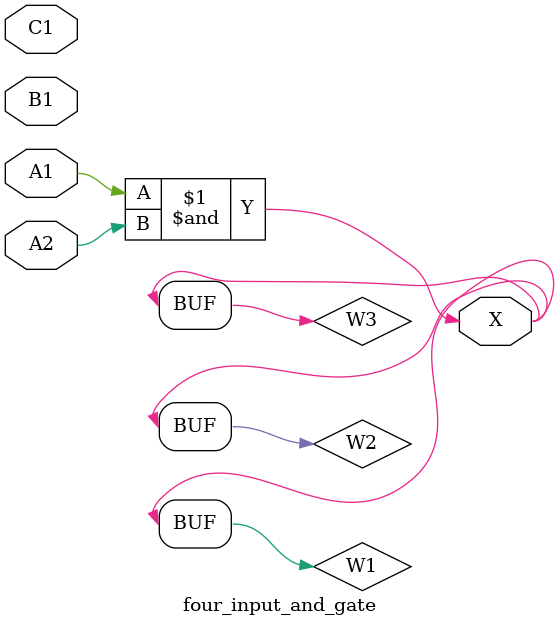
<source format=v>
module four_input_and_gate (
    output X,
    input A1,
    input A2,
    input B1,
    input C1
);

    wire W1, W2, W3;

    and and1 (
        W1,
        A1,
        A2
    );

    and and2 (
        W2,
        W1,
        W1
    );

    and and3 (
        W3,
        W2,
        W2
    );

    assign X = W3;

endmodule
</source>
